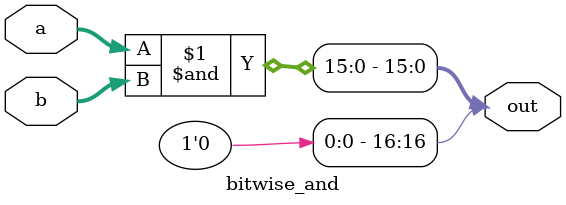
<source format=v>
`timescale 1ns / 1ps

module bitwise_and(
	input [15:0] a,
	input [15:0] b,
	output wire [16:0] out
);

assign out = {1'b0, a & b};

endmodule
</source>
